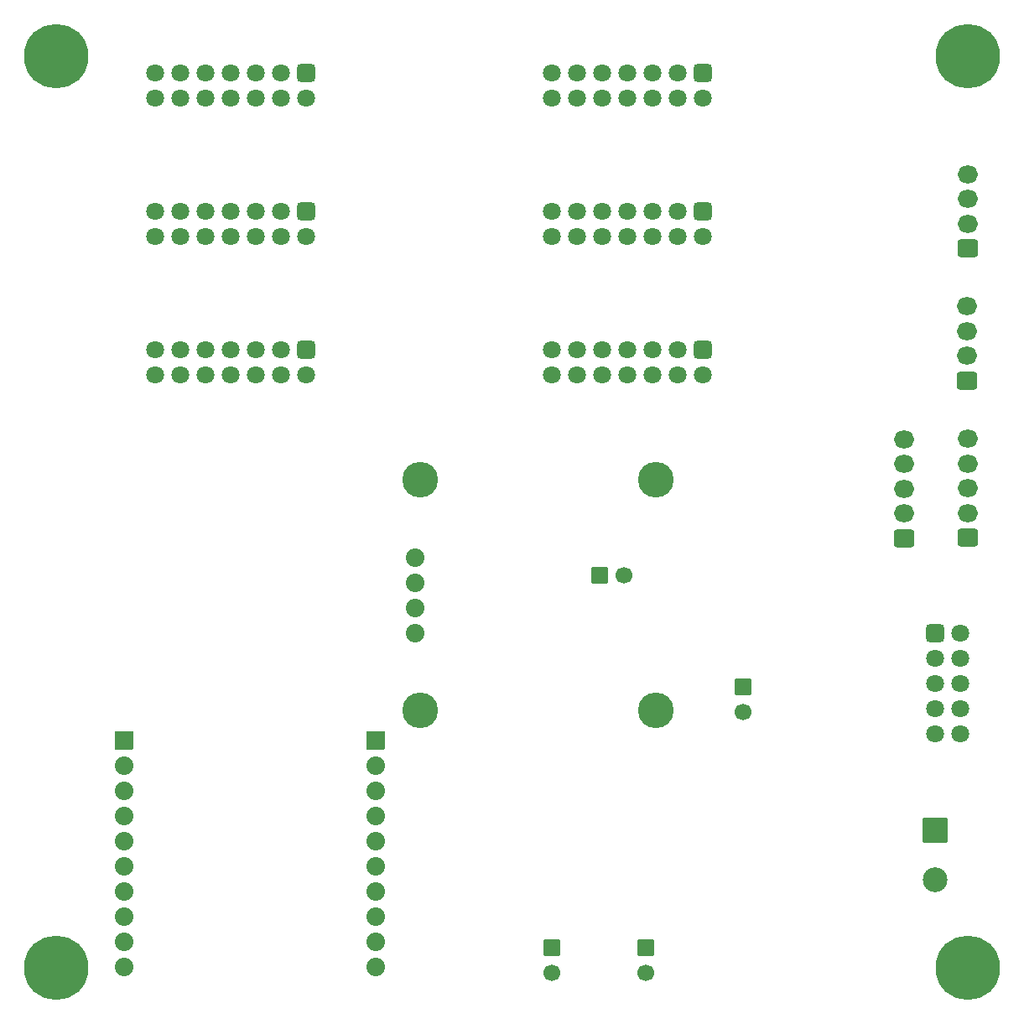
<source format=gbr>
%TF.GenerationSoftware,KiCad,Pcbnew,(7.0.0)*%
%TF.CreationDate,2023-03-12T03:04:05-07:00*%
%TF.ProjectId,EnergyMonitor - ESP PCB,456e6572-6779-44d6-9f6e-69746f72202d,rev?*%
%TF.SameCoordinates,Original*%
%TF.FileFunction,Soldermask,Bot*%
%TF.FilePolarity,Negative*%
%FSLAX46Y46*%
G04 Gerber Fmt 4.6, Leading zero omitted, Abs format (unit mm)*
G04 Created by KiCad (PCBNEW (7.0.0)) date 2023-03-12 03:04:05*
%MOMM*%
%LPD*%
G01*
G04 APERTURE LIST*
G04 Aperture macros list*
%AMRoundRect*
0 Rectangle with rounded corners*
0 $1 Rounding radius*
0 $2 $3 $4 $5 $6 $7 $8 $9 X,Y pos of 4 corners*
0 Add a 4 corners polygon primitive as box body*
4,1,4,$2,$3,$4,$5,$6,$7,$8,$9,$2,$3,0*
0 Add four circle primitives for the rounded corners*
1,1,$1+$1,$2,$3*
1,1,$1+$1,$4,$5*
1,1,$1+$1,$6,$7*
1,1,$1+$1,$8,$9*
0 Add four rect primitives between the rounded corners*
20,1,$1+$1,$2,$3,$4,$5,0*
20,1,$1+$1,$4,$5,$6,$7,0*
20,1,$1+$1,$6,$7,$8,$9,0*
20,1,$1+$1,$8,$9,$2,$3,0*%
G04 Aperture macros list end*
%ADD10RoundRect,0.300000X-0.600000X-0.600000X0.600000X-0.600000X0.600000X0.600000X-0.600000X0.600000X0*%
%ADD11C,1.800000*%
%ADD12C,0.900000*%
%ADD13C,6.500000*%
%ADD14RoundRect,0.300000X-0.600000X0.600000X-0.600000X-0.600000X0.600000X-0.600000X0.600000X0.600000X0*%
%ADD15RoundRect,0.050000X-0.800000X0.800000X-0.800000X-0.800000X0.800000X-0.800000X0.800000X0.800000X0*%
%ADD16C,1.700000*%
%ADD17RoundRect,0.050000X-1.200000X1.200000X-1.200000X-1.200000X1.200000X-1.200000X1.200000X1.200000X0*%
%ADD18C,2.500000*%
%ADD19RoundRect,0.050000X-0.800000X-0.800000X0.800000X-0.800000X0.800000X0.800000X-0.800000X0.800000X0*%
%ADD20C,1.878000*%
%ADD21C,3.600000*%
%ADD22RoundRect,0.050000X0.889000X0.889000X-0.889000X0.889000X-0.889000X-0.889000X0.889000X-0.889000X0*%
%ADD23RoundRect,0.300000X0.725000X-0.600000X0.725000X0.600000X-0.725000X0.600000X-0.725000X-0.600000X0*%
%ADD24O,2.050000X1.800000*%
G04 APERTURE END LIST*
D10*
%TO.C,J1*%
X132710000Y-102230000D03*
D11*
X135250000Y-102230000D03*
X132710000Y-104770000D03*
X135250000Y-104770000D03*
X132710000Y-107310000D03*
X135250000Y-107310000D03*
X132710000Y-109850000D03*
X135250000Y-109850000D03*
X132710000Y-112390000D03*
X135250000Y-112390000D03*
%TD*%
D12*
%TO.C,H1*%
X41600000Y-44000000D03*
X42302944Y-42302944D03*
X42302944Y-45697056D03*
X44000000Y-41600000D03*
D13*
X44000000Y-44000000D03*
D12*
X44000000Y-46400000D03*
X45697056Y-42302944D03*
X45697056Y-45697056D03*
X46400000Y-44000000D03*
%TD*%
%TO.C,H2*%
X41600000Y-136000000D03*
X42302944Y-134302944D03*
X42302944Y-137697056D03*
X44000000Y-133600000D03*
D13*
X44000000Y-136000000D03*
D12*
X44000000Y-138400000D03*
X45697056Y-134302944D03*
X45697056Y-137697056D03*
X46400000Y-136000000D03*
%TD*%
%TO.C,H3*%
X133600000Y-44000000D03*
X134302944Y-42302944D03*
X134302944Y-45697056D03*
X136000000Y-41600000D03*
D13*
X136000000Y-44000000D03*
D12*
X136000000Y-46400000D03*
X137697056Y-42302944D03*
X137697056Y-45697056D03*
X138400000Y-44000000D03*
%TD*%
%TO.C,H4*%
X133600000Y-136000000D03*
X134302944Y-134302944D03*
X134302944Y-137697056D03*
X136000000Y-133600000D03*
D13*
X136000000Y-136000000D03*
D12*
X136000000Y-138400000D03*
X137697056Y-134302944D03*
X137697056Y-137697056D03*
X138400000Y-136000000D03*
%TD*%
D14*
%TO.C,J3*%
X109215000Y-59685000D03*
D11*
X109215000Y-62225000D03*
X106675000Y-59685000D03*
X106675000Y-62225000D03*
X104135000Y-59685000D03*
X104135000Y-62225000D03*
X101595000Y-59685000D03*
X101595000Y-62225000D03*
X99055000Y-59685000D03*
X99055000Y-62225000D03*
X96515000Y-59685000D03*
X96515000Y-62225000D03*
X93975000Y-59685000D03*
X93975000Y-62225000D03*
%TD*%
D14*
%TO.C,J4*%
X109215000Y-73655000D03*
D11*
X109215000Y-76195000D03*
X106675000Y-73655000D03*
X106675000Y-76195000D03*
X104135000Y-73655000D03*
X104135000Y-76195000D03*
X101595000Y-73655000D03*
X101595000Y-76195000D03*
X99055000Y-73655000D03*
X99055000Y-76195000D03*
X96515000Y-73655000D03*
X96515000Y-76195000D03*
X93975000Y-73655000D03*
X93975000Y-76195000D03*
%TD*%
D14*
%TO.C,J7*%
X69210000Y-73655000D03*
D11*
X69210000Y-76195000D03*
X66670000Y-73655000D03*
X66670000Y-76195000D03*
X64130000Y-73655000D03*
X64130000Y-76195000D03*
X61590000Y-73655000D03*
X61590000Y-76195000D03*
X59050000Y-73655000D03*
X59050000Y-76195000D03*
X56510000Y-73655000D03*
X56510000Y-76195000D03*
X53970000Y-73655000D03*
X53970000Y-76195000D03*
%TD*%
D14*
%TO.C,J6*%
X69210000Y-59685000D03*
D11*
X69210000Y-62225000D03*
X66670000Y-59685000D03*
X66670000Y-62225000D03*
X64130000Y-59685000D03*
X64130000Y-62225000D03*
X61590000Y-59685000D03*
X61590000Y-62225000D03*
X59050000Y-59685000D03*
X59050000Y-62225000D03*
X56510000Y-59685000D03*
X56510000Y-62225000D03*
X53970000Y-59685000D03*
X53970000Y-62225000D03*
%TD*%
D14*
%TO.C,J5*%
X69210000Y-45715000D03*
D11*
X69210000Y-48255000D03*
X66670000Y-45715000D03*
X66670000Y-48255000D03*
X64130000Y-45715000D03*
X64130000Y-48255000D03*
X61590000Y-45715000D03*
X61590000Y-48255000D03*
X59050000Y-45715000D03*
X59050000Y-48255000D03*
X56510000Y-45715000D03*
X56510000Y-48255000D03*
X53970000Y-45715000D03*
X53970000Y-48255000D03*
%TD*%
D15*
%TO.C,C14*%
X93975000Y-134020000D03*
D16*
X93975000Y-136520000D03*
%TD*%
D17*
%TO.C,C4*%
X132710000Y-122131041D03*
D18*
X132710000Y-127131041D03*
%TD*%
D15*
%TO.C,C5*%
X103500000Y-134020000D03*
D16*
X103500000Y-136520000D03*
%TD*%
D19*
%TO.C,C15*%
X98782606Y-96388000D03*
D16*
X101282606Y-96388000D03*
%TD*%
D15*
%TO.C,C16*%
X113310000Y-107700000D03*
D16*
X113310000Y-110200000D03*
%TD*%
D14*
%TO.C,J2*%
X109215000Y-45715000D03*
D11*
X109215000Y-48255000D03*
X106675000Y-45715000D03*
X106675000Y-48255000D03*
X104135000Y-45715000D03*
X104135000Y-48255000D03*
X101595000Y-45715000D03*
X101595000Y-48255000D03*
X99055000Y-45715000D03*
X99055000Y-48255000D03*
X96515000Y-45715000D03*
X96515000Y-48255000D03*
X93975000Y-45715000D03*
X93975000Y-48255000D03*
%TD*%
D20*
%TO.C,LCD1*%
X80205000Y-102230000D03*
X80205000Y-99690000D03*
X80205000Y-97150000D03*
X80205000Y-94610000D03*
D21*
X80705000Y-110070000D03*
X104505000Y-110070000D03*
X80705000Y-86770000D03*
X104505000Y-86770000D03*
%TD*%
D22*
%TO.C,U2*%
X50795000Y-113112500D03*
D20*
X50795000Y-115652500D03*
X50795000Y-118192500D03*
X50795000Y-120732500D03*
X50795000Y-123272500D03*
X50795000Y-125812500D03*
X50795000Y-128352500D03*
X50795000Y-130892500D03*
X50795000Y-133432500D03*
X50795000Y-135972500D03*
D22*
X76195000Y-113112500D03*
D20*
X76195000Y-115652500D03*
X76195000Y-118192500D03*
X76195000Y-120732500D03*
X76195000Y-123272500D03*
X76195000Y-125812500D03*
X76195000Y-128352500D03*
X76195000Y-130892500D03*
X76195000Y-133432500D03*
X76195000Y-135972500D03*
%TD*%
D23*
%TO.C,J8*%
X135885000Y-76750000D03*
D24*
X135884999Y-74249999D03*
X135884999Y-71749999D03*
X135884999Y-69249999D03*
%TD*%
D23*
%TO.C,J9*%
X135995000Y-63435000D03*
D24*
X135994999Y-60934999D03*
X135994999Y-58434999D03*
X135994999Y-55934999D03*
%TD*%
D23*
%TO.C,J11*%
X129535000Y-92665000D03*
D24*
X129534999Y-90164999D03*
X129534999Y-87664999D03*
X129534999Y-85164999D03*
X129534999Y-82664999D03*
%TD*%
D23*
%TO.C,J12*%
X135995000Y-92625000D03*
D24*
X135994999Y-90124999D03*
X135994999Y-87624999D03*
X135994999Y-85124999D03*
X135994999Y-82624999D03*
%TD*%
M02*

</source>
